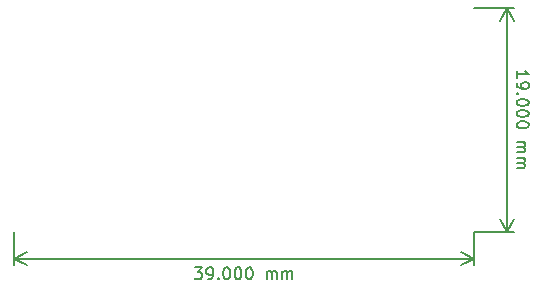
<source format=gbr>
G04 #@! TF.GenerationSoftware,KiCad,Pcbnew,(5.1.5-0)*
G04 #@! TF.CreationDate,2022-03-30T10:24:23-06:00*
G04 #@! TF.ProjectId,two-wire-single,74776f2d-7769-4726-952d-73696e676c65,rev?*
G04 #@! TF.SameCoordinates,Original*
G04 #@! TF.FileFunction,OtherDrawing,Comment*
%FSLAX46Y46*%
G04 Gerber Fmt 4.6, Leading zero omitted, Abs format (unit mm)*
G04 Created by KiCad (PCBNEW (5.1.5-0)) date 2022-03-30 10:24:23*
%MOMM*%
%LPD*%
G04 APERTURE LIST*
%ADD10C,0.150000*%
G04 APERTURE END LIST*
D10*
X115309523Y-103002380D02*
X115928571Y-103002380D01*
X115595238Y-103383333D01*
X115738095Y-103383333D01*
X115833333Y-103430952D01*
X115880952Y-103478571D01*
X115928571Y-103573809D01*
X115928571Y-103811904D01*
X115880952Y-103907142D01*
X115833333Y-103954761D01*
X115738095Y-104002380D01*
X115452380Y-104002380D01*
X115357142Y-103954761D01*
X115309523Y-103907142D01*
X116404761Y-104002380D02*
X116595238Y-104002380D01*
X116690476Y-103954761D01*
X116738095Y-103907142D01*
X116833333Y-103764285D01*
X116880952Y-103573809D01*
X116880952Y-103192857D01*
X116833333Y-103097619D01*
X116785714Y-103050000D01*
X116690476Y-103002380D01*
X116500000Y-103002380D01*
X116404761Y-103050000D01*
X116357142Y-103097619D01*
X116309523Y-103192857D01*
X116309523Y-103430952D01*
X116357142Y-103526190D01*
X116404761Y-103573809D01*
X116500000Y-103621428D01*
X116690476Y-103621428D01*
X116785714Y-103573809D01*
X116833333Y-103526190D01*
X116880952Y-103430952D01*
X117309523Y-103907142D02*
X117357142Y-103954761D01*
X117309523Y-104002380D01*
X117261904Y-103954761D01*
X117309523Y-103907142D01*
X117309523Y-104002380D01*
X117976190Y-103002380D02*
X118071428Y-103002380D01*
X118166666Y-103050000D01*
X118214285Y-103097619D01*
X118261904Y-103192857D01*
X118309523Y-103383333D01*
X118309523Y-103621428D01*
X118261904Y-103811904D01*
X118214285Y-103907142D01*
X118166666Y-103954761D01*
X118071428Y-104002380D01*
X117976190Y-104002380D01*
X117880952Y-103954761D01*
X117833333Y-103907142D01*
X117785714Y-103811904D01*
X117738095Y-103621428D01*
X117738095Y-103383333D01*
X117785714Y-103192857D01*
X117833333Y-103097619D01*
X117880952Y-103050000D01*
X117976190Y-103002380D01*
X118928571Y-103002380D02*
X119023809Y-103002380D01*
X119119047Y-103050000D01*
X119166666Y-103097619D01*
X119214285Y-103192857D01*
X119261904Y-103383333D01*
X119261904Y-103621428D01*
X119214285Y-103811904D01*
X119166666Y-103907142D01*
X119119047Y-103954761D01*
X119023809Y-104002380D01*
X118928571Y-104002380D01*
X118833333Y-103954761D01*
X118785714Y-103907142D01*
X118738095Y-103811904D01*
X118690476Y-103621428D01*
X118690476Y-103383333D01*
X118738095Y-103192857D01*
X118785714Y-103097619D01*
X118833333Y-103050000D01*
X118928571Y-103002380D01*
X119880952Y-103002380D02*
X119976190Y-103002380D01*
X120071428Y-103050000D01*
X120119047Y-103097619D01*
X120166666Y-103192857D01*
X120214285Y-103383333D01*
X120214285Y-103621428D01*
X120166666Y-103811904D01*
X120119047Y-103907142D01*
X120071428Y-103954761D01*
X119976190Y-104002380D01*
X119880952Y-104002380D01*
X119785714Y-103954761D01*
X119738095Y-103907142D01*
X119690476Y-103811904D01*
X119642857Y-103621428D01*
X119642857Y-103383333D01*
X119690476Y-103192857D01*
X119738095Y-103097619D01*
X119785714Y-103050000D01*
X119880952Y-103002380D01*
X121404761Y-104002380D02*
X121404761Y-103335714D01*
X121404761Y-103430952D02*
X121452380Y-103383333D01*
X121547619Y-103335714D01*
X121690476Y-103335714D01*
X121785714Y-103383333D01*
X121833333Y-103478571D01*
X121833333Y-104002380D01*
X121833333Y-103478571D02*
X121880952Y-103383333D01*
X121976190Y-103335714D01*
X122119047Y-103335714D01*
X122214285Y-103383333D01*
X122261904Y-103478571D01*
X122261904Y-104002380D01*
X122738095Y-104002380D02*
X122738095Y-103335714D01*
X122738095Y-103430952D02*
X122785714Y-103383333D01*
X122880952Y-103335714D01*
X123023809Y-103335714D01*
X123119047Y-103383333D01*
X123166666Y-103478571D01*
X123166666Y-104002380D01*
X123166666Y-103478571D02*
X123214285Y-103383333D01*
X123309523Y-103335714D01*
X123452380Y-103335714D01*
X123547619Y-103383333D01*
X123595238Y-103478571D01*
X123595238Y-104002380D01*
X100000000Y-102250000D02*
X139000000Y-102250000D01*
X100000000Y-100000000D02*
X100000000Y-102836421D01*
X139000000Y-100000000D02*
X139000000Y-102836421D01*
X139000000Y-102250000D02*
X137873496Y-102836421D01*
X139000000Y-102250000D02*
X137873496Y-101663579D01*
X100000000Y-102250000D02*
X101126504Y-102836421D01*
X100000000Y-102250000D02*
X101126504Y-101663579D01*
X142597619Y-86928571D02*
X142597619Y-86357142D01*
X142597619Y-86642857D02*
X143597619Y-86642857D01*
X143454761Y-86547619D01*
X143359523Y-86452380D01*
X143311904Y-86357142D01*
X142597619Y-87404761D02*
X142597619Y-87595238D01*
X142645238Y-87690476D01*
X142692857Y-87738095D01*
X142835714Y-87833333D01*
X143026190Y-87880952D01*
X143407142Y-87880952D01*
X143502380Y-87833333D01*
X143550000Y-87785714D01*
X143597619Y-87690476D01*
X143597619Y-87500000D01*
X143550000Y-87404761D01*
X143502380Y-87357142D01*
X143407142Y-87309523D01*
X143169047Y-87309523D01*
X143073809Y-87357142D01*
X143026190Y-87404761D01*
X142978571Y-87500000D01*
X142978571Y-87690476D01*
X143026190Y-87785714D01*
X143073809Y-87833333D01*
X143169047Y-87880952D01*
X142692857Y-88309523D02*
X142645238Y-88357142D01*
X142597619Y-88309523D01*
X142645238Y-88261904D01*
X142692857Y-88309523D01*
X142597619Y-88309523D01*
X143597619Y-88976190D02*
X143597619Y-89071428D01*
X143550000Y-89166666D01*
X143502380Y-89214285D01*
X143407142Y-89261904D01*
X143216666Y-89309523D01*
X142978571Y-89309523D01*
X142788095Y-89261904D01*
X142692857Y-89214285D01*
X142645238Y-89166666D01*
X142597619Y-89071428D01*
X142597619Y-88976190D01*
X142645238Y-88880952D01*
X142692857Y-88833333D01*
X142788095Y-88785714D01*
X142978571Y-88738095D01*
X143216666Y-88738095D01*
X143407142Y-88785714D01*
X143502380Y-88833333D01*
X143550000Y-88880952D01*
X143597619Y-88976190D01*
X143597619Y-89928571D02*
X143597619Y-90023809D01*
X143550000Y-90119047D01*
X143502380Y-90166666D01*
X143407142Y-90214285D01*
X143216666Y-90261904D01*
X142978571Y-90261904D01*
X142788095Y-90214285D01*
X142692857Y-90166666D01*
X142645238Y-90119047D01*
X142597619Y-90023809D01*
X142597619Y-89928571D01*
X142645238Y-89833333D01*
X142692857Y-89785714D01*
X142788095Y-89738095D01*
X142978571Y-89690476D01*
X143216666Y-89690476D01*
X143407142Y-89738095D01*
X143502380Y-89785714D01*
X143550000Y-89833333D01*
X143597619Y-89928571D01*
X143597619Y-90880952D02*
X143597619Y-90976190D01*
X143550000Y-91071428D01*
X143502380Y-91119047D01*
X143407142Y-91166666D01*
X143216666Y-91214285D01*
X142978571Y-91214285D01*
X142788095Y-91166666D01*
X142692857Y-91119047D01*
X142645238Y-91071428D01*
X142597619Y-90976190D01*
X142597619Y-90880952D01*
X142645238Y-90785714D01*
X142692857Y-90738095D01*
X142788095Y-90690476D01*
X142978571Y-90642857D01*
X143216666Y-90642857D01*
X143407142Y-90690476D01*
X143502380Y-90738095D01*
X143550000Y-90785714D01*
X143597619Y-90880952D01*
X142597619Y-92404761D02*
X143264285Y-92404761D01*
X143169047Y-92404761D02*
X143216666Y-92452380D01*
X143264285Y-92547619D01*
X143264285Y-92690476D01*
X143216666Y-92785714D01*
X143121428Y-92833333D01*
X142597619Y-92833333D01*
X143121428Y-92833333D02*
X143216666Y-92880952D01*
X143264285Y-92976190D01*
X143264285Y-93119047D01*
X143216666Y-93214285D01*
X143121428Y-93261904D01*
X142597619Y-93261904D01*
X142597619Y-93738095D02*
X143264285Y-93738095D01*
X143169047Y-93738095D02*
X143216666Y-93785714D01*
X143264285Y-93880952D01*
X143264285Y-94023809D01*
X143216666Y-94119047D01*
X143121428Y-94166666D01*
X142597619Y-94166666D01*
X143121428Y-94166666D02*
X143216666Y-94214285D01*
X143264285Y-94309523D01*
X143264285Y-94452380D01*
X143216666Y-94547619D01*
X143121428Y-94595238D01*
X142597619Y-94595238D01*
X141750000Y-81000000D02*
X141750000Y-100000000D01*
X139000000Y-81000000D02*
X142336421Y-81000000D01*
X139000000Y-100000000D02*
X142336421Y-100000000D01*
X141750000Y-100000000D02*
X141163579Y-98873496D01*
X141750000Y-100000000D02*
X142336421Y-98873496D01*
X141750000Y-81000000D02*
X141163579Y-82126504D01*
X141750000Y-81000000D02*
X142336421Y-82126504D01*
M02*

</source>
